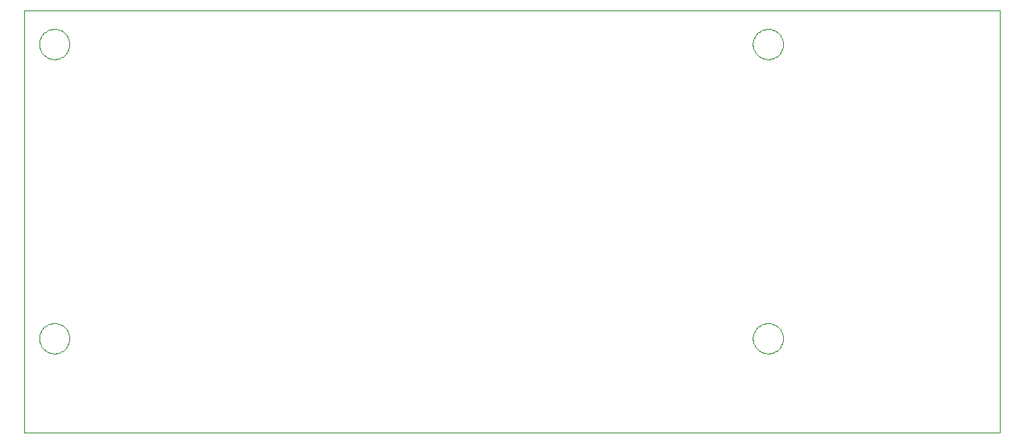
<source format=gko>
G75*
%MOIN*%
%OFA0B0*%
%FSLAX24Y24*%
%IPPOS*%
%LPD*%
%AMOC8*
5,1,8,0,0,1.08239X$1,22.5*
%
%ADD10C,0.0000*%
D10*
X000180Y000180D02*
X000180Y017676D01*
X040550Y017676D01*
X040550Y000180D01*
X000180Y000180D01*
X000792Y004080D02*
X000794Y004130D01*
X000800Y004179D01*
X000810Y004228D01*
X000823Y004275D01*
X000841Y004322D01*
X000862Y004367D01*
X000886Y004410D01*
X000914Y004451D01*
X000945Y004490D01*
X000979Y004526D01*
X001016Y004560D01*
X001056Y004590D01*
X001097Y004617D01*
X001141Y004641D01*
X001186Y004661D01*
X001233Y004677D01*
X001281Y004690D01*
X001330Y004699D01*
X001380Y004704D01*
X001429Y004705D01*
X001479Y004702D01*
X001528Y004695D01*
X001577Y004684D01*
X001624Y004670D01*
X001670Y004651D01*
X001715Y004629D01*
X001758Y004604D01*
X001798Y004575D01*
X001836Y004543D01*
X001872Y004509D01*
X001905Y004471D01*
X001934Y004431D01*
X001960Y004389D01*
X001983Y004345D01*
X002002Y004299D01*
X002018Y004252D01*
X002030Y004203D01*
X002038Y004154D01*
X002042Y004105D01*
X002042Y004055D01*
X002038Y004006D01*
X002030Y003957D01*
X002018Y003908D01*
X002002Y003861D01*
X001983Y003815D01*
X001960Y003771D01*
X001934Y003729D01*
X001905Y003689D01*
X001872Y003651D01*
X001836Y003617D01*
X001798Y003585D01*
X001758Y003556D01*
X001715Y003531D01*
X001670Y003509D01*
X001624Y003490D01*
X001577Y003476D01*
X001528Y003465D01*
X001479Y003458D01*
X001429Y003455D01*
X001380Y003456D01*
X001330Y003461D01*
X001281Y003470D01*
X001233Y003483D01*
X001186Y003499D01*
X001141Y003519D01*
X001097Y003543D01*
X001056Y003570D01*
X001016Y003600D01*
X000979Y003634D01*
X000945Y003670D01*
X000914Y003709D01*
X000886Y003750D01*
X000862Y003793D01*
X000841Y003838D01*
X000823Y003885D01*
X000810Y003932D01*
X000800Y003981D01*
X000794Y004030D01*
X000792Y004080D01*
X000792Y016280D02*
X000794Y016330D01*
X000800Y016379D01*
X000810Y016428D01*
X000823Y016475D01*
X000841Y016522D01*
X000862Y016567D01*
X000886Y016610D01*
X000914Y016651D01*
X000945Y016690D01*
X000979Y016726D01*
X001016Y016760D01*
X001056Y016790D01*
X001097Y016817D01*
X001141Y016841D01*
X001186Y016861D01*
X001233Y016877D01*
X001281Y016890D01*
X001330Y016899D01*
X001380Y016904D01*
X001429Y016905D01*
X001479Y016902D01*
X001528Y016895D01*
X001577Y016884D01*
X001624Y016870D01*
X001670Y016851D01*
X001715Y016829D01*
X001758Y016804D01*
X001798Y016775D01*
X001836Y016743D01*
X001872Y016709D01*
X001905Y016671D01*
X001934Y016631D01*
X001960Y016589D01*
X001983Y016545D01*
X002002Y016499D01*
X002018Y016452D01*
X002030Y016403D01*
X002038Y016354D01*
X002042Y016305D01*
X002042Y016255D01*
X002038Y016206D01*
X002030Y016157D01*
X002018Y016108D01*
X002002Y016061D01*
X001983Y016015D01*
X001960Y015971D01*
X001934Y015929D01*
X001905Y015889D01*
X001872Y015851D01*
X001836Y015817D01*
X001798Y015785D01*
X001758Y015756D01*
X001715Y015731D01*
X001670Y015709D01*
X001624Y015690D01*
X001577Y015676D01*
X001528Y015665D01*
X001479Y015658D01*
X001429Y015655D01*
X001380Y015656D01*
X001330Y015661D01*
X001281Y015670D01*
X001233Y015683D01*
X001186Y015699D01*
X001141Y015719D01*
X001097Y015743D01*
X001056Y015770D01*
X001016Y015800D01*
X000979Y015834D01*
X000945Y015870D01*
X000914Y015909D01*
X000886Y015950D01*
X000862Y015993D01*
X000841Y016038D01*
X000823Y016085D01*
X000810Y016132D01*
X000800Y016181D01*
X000794Y016230D01*
X000792Y016280D01*
X030318Y016280D02*
X030320Y016330D01*
X030326Y016379D01*
X030336Y016428D01*
X030349Y016475D01*
X030367Y016522D01*
X030388Y016567D01*
X030412Y016610D01*
X030440Y016651D01*
X030471Y016690D01*
X030505Y016726D01*
X030542Y016760D01*
X030582Y016790D01*
X030623Y016817D01*
X030667Y016841D01*
X030712Y016861D01*
X030759Y016877D01*
X030807Y016890D01*
X030856Y016899D01*
X030906Y016904D01*
X030955Y016905D01*
X031005Y016902D01*
X031054Y016895D01*
X031103Y016884D01*
X031150Y016870D01*
X031196Y016851D01*
X031241Y016829D01*
X031284Y016804D01*
X031324Y016775D01*
X031362Y016743D01*
X031398Y016709D01*
X031431Y016671D01*
X031460Y016631D01*
X031486Y016589D01*
X031509Y016545D01*
X031528Y016499D01*
X031544Y016452D01*
X031556Y016403D01*
X031564Y016354D01*
X031568Y016305D01*
X031568Y016255D01*
X031564Y016206D01*
X031556Y016157D01*
X031544Y016108D01*
X031528Y016061D01*
X031509Y016015D01*
X031486Y015971D01*
X031460Y015929D01*
X031431Y015889D01*
X031398Y015851D01*
X031362Y015817D01*
X031324Y015785D01*
X031284Y015756D01*
X031241Y015731D01*
X031196Y015709D01*
X031150Y015690D01*
X031103Y015676D01*
X031054Y015665D01*
X031005Y015658D01*
X030955Y015655D01*
X030906Y015656D01*
X030856Y015661D01*
X030807Y015670D01*
X030759Y015683D01*
X030712Y015699D01*
X030667Y015719D01*
X030623Y015743D01*
X030582Y015770D01*
X030542Y015800D01*
X030505Y015834D01*
X030471Y015870D01*
X030440Y015909D01*
X030412Y015950D01*
X030388Y015993D01*
X030367Y016038D01*
X030349Y016085D01*
X030336Y016132D01*
X030326Y016181D01*
X030320Y016230D01*
X030318Y016280D01*
X030318Y004080D02*
X030320Y004130D01*
X030326Y004179D01*
X030336Y004228D01*
X030349Y004275D01*
X030367Y004322D01*
X030388Y004367D01*
X030412Y004410D01*
X030440Y004451D01*
X030471Y004490D01*
X030505Y004526D01*
X030542Y004560D01*
X030582Y004590D01*
X030623Y004617D01*
X030667Y004641D01*
X030712Y004661D01*
X030759Y004677D01*
X030807Y004690D01*
X030856Y004699D01*
X030906Y004704D01*
X030955Y004705D01*
X031005Y004702D01*
X031054Y004695D01*
X031103Y004684D01*
X031150Y004670D01*
X031196Y004651D01*
X031241Y004629D01*
X031284Y004604D01*
X031324Y004575D01*
X031362Y004543D01*
X031398Y004509D01*
X031431Y004471D01*
X031460Y004431D01*
X031486Y004389D01*
X031509Y004345D01*
X031528Y004299D01*
X031544Y004252D01*
X031556Y004203D01*
X031564Y004154D01*
X031568Y004105D01*
X031568Y004055D01*
X031564Y004006D01*
X031556Y003957D01*
X031544Y003908D01*
X031528Y003861D01*
X031509Y003815D01*
X031486Y003771D01*
X031460Y003729D01*
X031431Y003689D01*
X031398Y003651D01*
X031362Y003617D01*
X031324Y003585D01*
X031284Y003556D01*
X031241Y003531D01*
X031196Y003509D01*
X031150Y003490D01*
X031103Y003476D01*
X031054Y003465D01*
X031005Y003458D01*
X030955Y003455D01*
X030906Y003456D01*
X030856Y003461D01*
X030807Y003470D01*
X030759Y003483D01*
X030712Y003499D01*
X030667Y003519D01*
X030623Y003543D01*
X030582Y003570D01*
X030542Y003600D01*
X030505Y003634D01*
X030471Y003670D01*
X030440Y003709D01*
X030412Y003750D01*
X030388Y003793D01*
X030367Y003838D01*
X030349Y003885D01*
X030336Y003932D01*
X030326Y003981D01*
X030320Y004030D01*
X030318Y004080D01*
M02*

</source>
